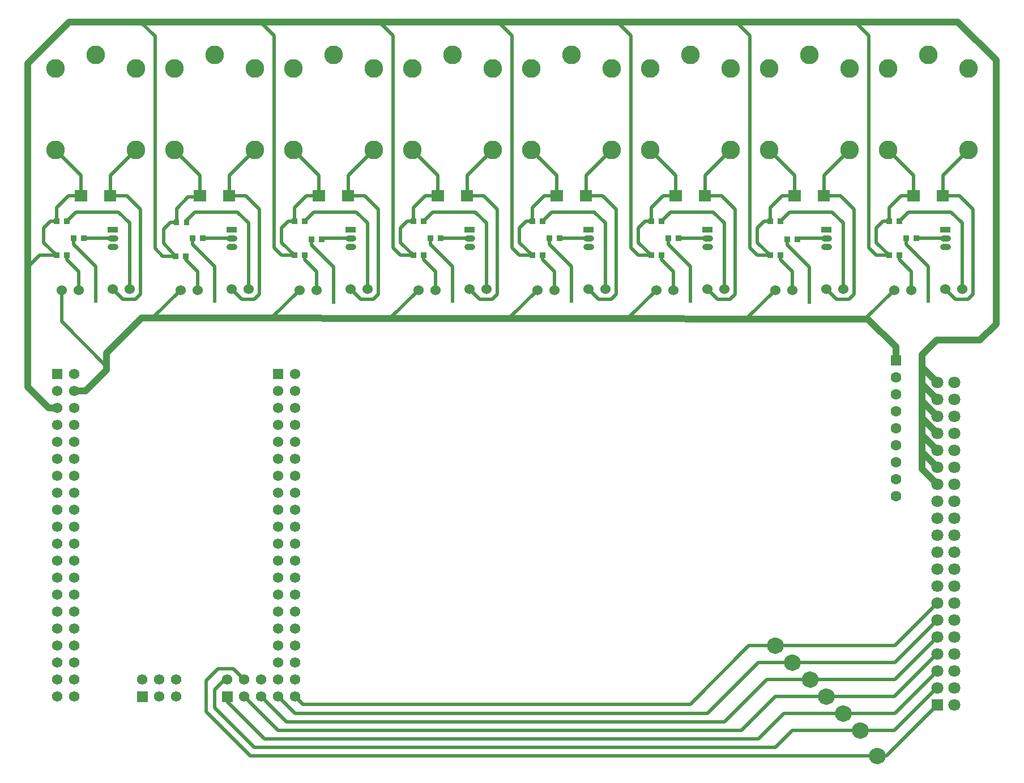
<source format=gtl>
G04 Layer: TopLayer*
G04 EasyEDA v6.5.1, 2022-03-22 03:02:58*
G04 bf67d1bc75334a149d351373cee676c1,2944274e32f549b18320765f93dd2344,10*
G04 Gerber Generator version 0.2*
G04 Scale: 100 percent, Rotated: No, Reflected: No *
G04 Dimensions in millimeters *
G04 leading zeros omitted , absolute positions ,4 integer and 5 decimal *
%FSLAX45Y45*%
%MOMM*%

%ADD11C,0.5000*%
%ADD12C,1.0000*%
%ADD13C,0.6096*%
%ADD16C,1.5748*%
%ADD17R,1.5748X1.5748*%
%ADD18C,1.5240*%
%ADD19R,1.8000X1.8000*%
%ADD20C,1.8000*%
%ADD21R,1.6000X0.9000*%
%ADD22C,2.7940*%
%ADD23R,1.6000X1.6000*%
%ADD24C,1.6000*%
%ADD25C,0.9000*%

%LPD*%
D11*
X12954000Y762000D02*
G01*
X12192000Y762000D01*
X11938000Y508000D01*
X4152900Y508000D01*
X3556000Y1104900D01*
X3556000Y1371600D01*
X3708400Y1524000D01*
X3746500Y1524000D01*
D12*
X13741400Y6299200D02*
G01*
X13741400Y6502400D01*
X13322300Y6921500D01*
X1460500Y5842000D02*
G01*
X1625600Y5842000D01*
X1943100Y6159500D01*
X1943100Y6413500D01*
X2463800Y6934200D01*
X13322300Y6921500D01*
D11*
X14363700Y2413000D02*
G01*
X13728700Y1778000D01*
X14363700Y2667000D02*
G01*
X13728700Y2032000D01*
X12954000Y2032000D01*
X12954000Y2032000D02*
G01*
X11544300Y2032000D01*
X10668000Y1155700D01*
X4876800Y1155700D01*
X4762500Y1270000D01*
D12*
X14135100Y6223762D02*
G01*
X14135100Y6197600D01*
X14363700Y5969000D01*
X14135100Y5969762D02*
G01*
X14135100Y5943600D01*
X14363700Y5715000D01*
X14135100Y5715762D02*
G01*
X14135100Y5689600D01*
X14363700Y5461000D01*
X14135100Y5461762D02*
G01*
X14135100Y5435600D01*
X14363700Y5207000D01*
X14135100Y5207762D02*
G01*
X14135100Y5181600D01*
X14363700Y4953000D01*
X14135100Y4953762D02*
G01*
X14135100Y4927600D01*
X14363700Y4699000D01*
X15240000Y7112000D02*
G01*
X15240000Y6845300D01*
X14998700Y6604000D01*
X14351000Y6604000D01*
X14135100Y6388100D01*
X14135100Y4673600D01*
X14363700Y4445000D01*
D11*
X13728700Y1778000D02*
G01*
X11684000Y1778000D01*
X10922000Y1016000D01*
X4762500Y1016000D01*
X4508500Y1270000D01*
X12954000Y1524000D02*
G01*
X11811000Y1524000D01*
X11176000Y889000D01*
X4635500Y889000D01*
X4254500Y1270000D01*
X13716000Y1270000D02*
G01*
X11938000Y1270000D01*
X11430000Y762000D01*
X4508500Y762000D01*
X4000500Y1270000D01*
X12954000Y1016000D02*
G01*
X12065000Y1016000D01*
X11684000Y635000D01*
X4305300Y635000D01*
X3746500Y1193800D01*
X3746500Y1270000D01*
X14363700Y1143000D02*
G01*
X13601700Y381000D01*
X12839700Y381000D01*
X12839700Y381000D02*
G01*
X4089400Y381000D01*
X3429000Y1041400D01*
X3429000Y1511300D01*
X3606800Y1689100D01*
X3835400Y1689100D01*
X4000500Y1524000D01*
X14363700Y2159000D02*
G01*
X13728700Y1524000D01*
X12954000Y1524000D01*
X14363700Y1905000D02*
G01*
X14351000Y1905000D01*
X13716000Y1270000D01*
X14363700Y1651000D02*
G01*
X13728700Y1016000D01*
X12954000Y1016000D01*
X14363700Y1397000D02*
G01*
X14351000Y1397000D01*
X13716000Y762000D01*
X12954000Y762000D01*
X13894663Y8128000D02*
G01*
X13894663Y8038236D01*
X14224000Y7708900D01*
X14224000Y7188200D01*
X12116663Y8115300D02*
G01*
X12116663Y8025536D01*
X12446000Y7696200D01*
X12446000Y7175500D01*
X10338663Y8128000D02*
G01*
X10338663Y8038236D01*
X10668000Y7708900D01*
X10668000Y7188200D01*
X8560663Y8128000D02*
G01*
X8560663Y8038236D01*
X8890000Y7708900D01*
X8890000Y7188200D01*
X6782663Y8128000D02*
G01*
X6782663Y8038236D01*
X7112000Y7708900D01*
X7112000Y7188200D01*
X5004663Y8115300D02*
G01*
X5004663Y8025536D01*
X5334000Y7696200D01*
X5334000Y7175500D01*
X3226663Y8128000D02*
G01*
X3226663Y8038236D01*
X3556000Y7708900D01*
X3556000Y7188200D01*
X1448663Y8128000D02*
G01*
X1448663Y8038236D01*
X1778000Y7708900D01*
X1778000Y7188200D01*
X13192099Y6934200D02*
G01*
X13296900Y6934200D01*
X13716000Y7353300D01*
X11414099Y6934200D02*
G01*
X11518900Y6934200D01*
X11938000Y7353300D01*
X9636099Y6934200D02*
G01*
X9740900Y6934200D01*
X10160000Y7353300D01*
X7858099Y6934200D02*
G01*
X7962900Y6934200D01*
X8382000Y7353300D01*
X6080099Y6934200D02*
G01*
X6184900Y6934200D01*
X6604000Y7353300D01*
X4302099Y6934200D02*
G01*
X4406900Y6934200D01*
X4826000Y7353300D01*
X2524099Y6934200D02*
G01*
X2628900Y6934200D01*
X3048000Y7353300D01*
X1943100Y6159500D02*
G01*
X1943100Y6210300D01*
X1270000Y6883400D01*
X1270000Y7353300D01*
X2032000Y7366000D02*
G01*
X2184400Y7213600D01*
X2374900Y7213600D01*
X2451100Y7289800D01*
X2451100Y8559800D01*
X2247900Y8763000D01*
X1997202Y8763000D01*
X12995402Y11379200D02*
G01*
X13119100Y11379200D01*
X13335000Y11163300D01*
X13335000Y7988300D01*
X13449300Y7874000D01*
X13640561Y7874000D01*
X11217402Y11379200D02*
G01*
X11341100Y11379200D01*
X11557000Y11163300D01*
X11557000Y7988300D01*
X11671300Y7874000D01*
X11862561Y7874000D01*
X9439402Y11379200D02*
G01*
X9563100Y11379200D01*
X9779000Y11163300D01*
X9779000Y7988300D01*
X9893300Y7874000D01*
X10084561Y7874000D01*
X7661402Y11379200D02*
G01*
X7785100Y11379200D01*
X8001000Y11163300D01*
X8001000Y7988300D01*
X8115300Y7874000D01*
X8306561Y7874000D01*
X5883402Y11379200D02*
G01*
X6007100Y11379200D01*
X6223000Y11163300D01*
X6223000Y7988300D01*
X6337300Y7874000D01*
X6528561Y7874000D01*
X4105402Y11379200D02*
G01*
X4229100Y11379200D01*
X4445000Y11163300D01*
X4445000Y7988300D01*
X4559300Y7874000D01*
X4750561Y7874000D01*
X2327402Y11366500D02*
G01*
X2451100Y11366500D01*
X2667000Y11150600D01*
X2667000Y7975600D01*
X2781300Y7861300D01*
X2972561Y7861300D01*
X762000Y7314925D02*
G01*
X762000Y7696200D01*
X939800Y7874000D01*
X1194663Y7874000D01*
D12*
X1206500Y5588000D02*
G01*
X1079500Y5588000D01*
X762000Y5905500D01*
X762000Y10744200D01*
X1384300Y11366500D01*
X14668500Y11366500D01*
X15240000Y10795000D01*
X15240000Y7112000D01*
D11*
X14045336Y8128000D02*
G01*
X14478000Y8128000D01*
X14823947Y9449993D02*
G01*
X14443252Y9069298D01*
X14443252Y8763000D01*
X13791336Y7874000D02*
G01*
X13791336Y7811363D01*
X13970000Y7632700D01*
X13970000Y7353300D01*
X13791438Y8382000D02*
G01*
X13931900Y8521700D01*
X14566900Y8521700D01*
X14732000Y8356600D01*
X14732000Y7366000D01*
X14478000Y7366000D02*
G01*
X14630400Y7213600D01*
X14820900Y7213600D01*
X14897100Y7289800D01*
X14897100Y8559800D01*
X14693900Y8763000D01*
X14443202Y8763000D01*
X12267336Y8128000D02*
G01*
X12700000Y8128000D01*
X13045947Y9449993D02*
G01*
X12665252Y9069298D01*
X12665252Y8763000D01*
X12013336Y7874000D02*
G01*
X12013336Y7811363D01*
X12192000Y7632700D01*
X12192000Y7353300D01*
X12013438Y8382000D02*
G01*
X12153900Y8521700D01*
X12788900Y8521700D01*
X12954000Y8356600D01*
X12954000Y7366000D01*
X12700000Y7366000D02*
G01*
X12852400Y7213600D01*
X13042900Y7213600D01*
X13119100Y7289800D01*
X13119100Y8559800D01*
X12915900Y8763000D01*
X12665202Y8763000D01*
X10489336Y8128000D02*
G01*
X10922000Y8128000D01*
X11267947Y9449993D02*
G01*
X10887252Y9069298D01*
X10887252Y8763000D01*
X10235336Y7874000D02*
G01*
X10235336Y7811363D01*
X10414000Y7632700D01*
X10414000Y7353300D01*
X10235438Y8382000D02*
G01*
X10375900Y8521700D01*
X11010900Y8521700D01*
X11176000Y8356600D01*
X11176000Y7366000D01*
X10922000Y7366000D02*
G01*
X11074400Y7213600D01*
X11264900Y7213600D01*
X11341100Y7289800D01*
X11341100Y8559800D01*
X11137900Y8763000D01*
X10887202Y8763000D01*
X8711336Y8128000D02*
G01*
X9144000Y8128000D01*
X9489947Y9449993D02*
G01*
X9109252Y9069298D01*
X9109252Y8763000D01*
X8457336Y7874000D02*
G01*
X8457336Y7811363D01*
X8636000Y7632700D01*
X8636000Y7353300D01*
X8457438Y8382000D02*
G01*
X8597900Y8521700D01*
X9232900Y8521700D01*
X9398000Y8356600D01*
X9398000Y7366000D01*
X9144000Y7366000D02*
G01*
X9296400Y7213600D01*
X9486900Y7213600D01*
X9563100Y7289800D01*
X9563100Y8559800D01*
X9359900Y8763000D01*
X9109202Y8763000D01*
X6933336Y8128000D02*
G01*
X7366000Y8128000D01*
X7711947Y9449993D02*
G01*
X7331252Y9069298D01*
X7331252Y8763000D01*
X6679336Y7874000D02*
G01*
X6679336Y7811363D01*
X6858000Y7632700D01*
X6858000Y7353300D01*
X6679438Y8382000D02*
G01*
X6819900Y8521700D01*
X7454900Y8521700D01*
X7620000Y8356600D01*
X7620000Y7366000D01*
X7366000Y7366000D02*
G01*
X7518400Y7213600D01*
X7708900Y7213600D01*
X7785100Y7289800D01*
X7785100Y8559800D01*
X7581900Y8763000D01*
X7331202Y8763000D01*
X5155336Y8128000D02*
G01*
X5588000Y8128000D01*
X5933947Y9449993D02*
G01*
X5553252Y9069298D01*
X5553252Y8763000D01*
X4901336Y7874000D02*
G01*
X4901336Y7811363D01*
X5080000Y7632700D01*
X5080000Y7353300D01*
X4901438Y8382000D02*
G01*
X5041900Y8521700D01*
X5676900Y8521700D01*
X5842000Y8356600D01*
X5842000Y7366000D01*
X5588000Y7366000D02*
G01*
X5740400Y7213600D01*
X5930900Y7213600D01*
X6007100Y7289800D01*
X6007100Y8559800D01*
X5803900Y8763000D01*
X5553202Y8763000D01*
X3377336Y8128000D02*
G01*
X3810000Y8128000D01*
X4155947Y9449993D02*
G01*
X3775252Y9069298D01*
X3775252Y8763000D01*
X3123336Y7874000D02*
G01*
X3123336Y7811363D01*
X3302000Y7632700D01*
X3302000Y7353300D01*
X3123438Y8382000D02*
G01*
X3263900Y8521700D01*
X3898900Y8521700D01*
X4064000Y8356600D01*
X4064000Y7366000D01*
X3810000Y7366000D02*
G01*
X3962400Y7213600D01*
X4152900Y7213600D01*
X4229100Y7289800D01*
X4229100Y8559800D01*
X4025900Y8763000D01*
X3775202Y8763000D01*
X1599336Y8128000D02*
G01*
X2032000Y8128000D01*
X2377947Y9449993D02*
G01*
X1997252Y9069298D01*
X1997252Y8763000D01*
X1345336Y7874000D02*
G01*
X1345336Y7811363D01*
X1524000Y7632700D01*
X1524000Y7353300D01*
X1345437Y8382000D02*
G01*
X1485900Y8521700D01*
X2120900Y8521700D01*
X2286000Y8356600D01*
X2286000Y7366000D01*
X13640663Y8382000D02*
G01*
X13550900Y8382000D01*
X13449300Y8280400D01*
X13449300Y8064500D01*
X13640663Y7874000D01*
X11862663Y8382000D02*
G01*
X11772900Y8382000D01*
X11671300Y8280400D01*
X11671300Y8064500D01*
X11862663Y7874000D01*
X10084663Y8382000D02*
G01*
X9994900Y8382000D01*
X9893300Y8280400D01*
X9893300Y8064500D01*
X10084663Y7874000D01*
X8306663Y8382000D02*
G01*
X8216900Y8382000D01*
X8115300Y8280400D01*
X8115300Y8064500D01*
X8306663Y7874000D01*
X6512052Y9450070D02*
G01*
X6892797Y9069324D01*
X6892747Y8763000D01*
X6528663Y8382000D02*
G01*
X6438900Y8382000D01*
X6337300Y8280400D01*
X6337300Y8064500D01*
X6528663Y7874000D01*
X4750663Y8382000D02*
G01*
X4660900Y8382000D01*
X4559300Y8280400D01*
X4559300Y8064500D01*
X4750663Y7874000D01*
X2985363Y8369300D02*
G01*
X2895600Y8369300D01*
X2794000Y8267700D01*
X2794000Y8051800D01*
X2972663Y7861300D01*
X1194663Y8382000D02*
G01*
X1104900Y8382000D01*
X1003300Y8280400D01*
X1003300Y8064500D01*
X1194663Y7874000D01*
X13640561Y8382000D02*
G01*
X13640561Y8585962D01*
X13817600Y8763000D01*
X14004747Y8763000D01*
X11862561Y8382000D02*
G01*
X11862561Y8585962D01*
X12039600Y8763000D01*
X12226747Y8763000D01*
X10084561Y8382000D02*
G01*
X10084561Y8585962D01*
X10261600Y8763000D01*
X10448747Y8763000D01*
X8306561Y8382000D02*
G01*
X8306561Y8585962D01*
X8483600Y8763000D01*
X8670747Y8763000D01*
X6528561Y8382000D02*
G01*
X6528561Y8585962D01*
X6705600Y8763000D01*
X6892747Y8763000D01*
X4750561Y8382000D02*
G01*
X4750561Y8585962D01*
X4927600Y8763000D01*
X5114747Y8763000D01*
X2985261Y8369300D02*
G01*
X2985261Y8573262D01*
X3162300Y8750300D01*
X3349447Y8750300D01*
X1194562Y8382000D02*
G01*
X1194562Y8585962D01*
X1371600Y8763000D01*
X1558747Y8763000D01*
X13624052Y9450070D02*
G01*
X14004797Y9069324D01*
X14004747Y8763000D01*
X11846052Y9450070D02*
G01*
X12226797Y9069324D01*
X12226747Y8763000D01*
X10068052Y9450070D02*
G01*
X10448797Y9069324D01*
X10448747Y8763000D01*
X8290052Y9450070D02*
G01*
X8670797Y9069324D01*
X8670747Y8763000D01*
X4734052Y9450070D02*
G01*
X5114797Y9069324D01*
X5114747Y8763000D01*
X2956052Y9450070D02*
G01*
X3336797Y9069324D01*
X3336747Y8763000D01*
X1178052Y9450070D02*
G01*
X1558797Y9069324D01*
X1558747Y8763000D01*
X2985363Y8369300D02*
G01*
X2921000Y8369300D01*
G36*
X1907245Y8848001D02*
G01*
X2087247Y8848001D01*
X2087247Y8677998D01*
X1907245Y8677998D01*
G37*
G36*
X1468752Y8848001D02*
G01*
X1648754Y8848001D01*
X1648754Y8677998D01*
X1468752Y8677998D01*
G37*
G36*
X3685245Y8848001D02*
G01*
X3865247Y8848001D01*
X3865247Y8677998D01*
X3685245Y8677998D01*
G37*
G36*
X3246752Y8848001D02*
G01*
X3426754Y8848001D01*
X3426754Y8677998D01*
X3246752Y8677998D01*
G37*
G36*
X5463245Y8848001D02*
G01*
X5643247Y8848001D01*
X5643247Y8677998D01*
X5463245Y8677998D01*
G37*
G36*
X5024752Y8848001D02*
G01*
X5204754Y8848001D01*
X5204754Y8677998D01*
X5024752Y8677998D01*
G37*
G36*
X7241245Y8848001D02*
G01*
X7421247Y8848001D01*
X7421247Y8677998D01*
X7241245Y8677998D01*
G37*
G36*
X6802752Y8848001D02*
G01*
X6982754Y8848001D01*
X6982754Y8677998D01*
X6802752Y8677998D01*
G37*
G36*
X9019245Y8848001D02*
G01*
X9199247Y8848001D01*
X9199247Y8677998D01*
X9019245Y8677998D01*
G37*
G36*
X8580752Y8848001D02*
G01*
X8760754Y8848001D01*
X8760754Y8677998D01*
X8580752Y8677998D01*
G37*
G36*
X10797245Y8848001D02*
G01*
X10977247Y8848001D01*
X10977247Y8677998D01*
X10797245Y8677998D01*
G37*
G36*
X10358752Y8848001D02*
G01*
X10538754Y8848001D01*
X10538754Y8677998D01*
X10358752Y8677998D01*
G37*
G36*
X12575245Y8848001D02*
G01*
X12755247Y8848001D01*
X12755247Y8677998D01*
X12575245Y8677998D01*
G37*
G36*
X12136752Y8848001D02*
G01*
X12316754Y8848001D01*
X12316754Y8677998D01*
X12136752Y8677998D01*
G37*
G36*
X14353245Y8848001D02*
G01*
X14533247Y8848001D01*
X14533247Y8677998D01*
X14353245Y8677998D01*
G37*
G36*
X13914752Y8848001D02*
G01*
X14094754Y8848001D01*
X14094754Y8677998D01*
X13914752Y8677998D01*
G37*
G36*
X1305001Y8338799D02*
G01*
X1305001Y8425200D01*
X1385648Y8425200D01*
X1385648Y8338799D01*
G37*
G36*
X1234998Y8338799D02*
G01*
X1234998Y8425200D01*
X1154351Y8425200D01*
X1154351Y8338799D01*
G37*
G36*
X1305001Y7830799D02*
G01*
X1305001Y7917200D01*
X1385648Y7917200D01*
X1385648Y7830799D01*
G37*
G36*
X1234998Y7830799D02*
G01*
X1234998Y7917200D01*
X1154351Y7917200D01*
X1154351Y7830799D01*
G37*
G36*
X1559001Y8084799D02*
G01*
X1559001Y8171200D01*
X1639648Y8171200D01*
X1639648Y8084799D01*
G37*
G36*
X1488998Y8084799D02*
G01*
X1488998Y8171200D01*
X1408351Y8171200D01*
X1408351Y8084799D01*
G37*
G36*
X3095701Y8326099D02*
G01*
X3095701Y8412500D01*
X3176348Y8412500D01*
X3176348Y8326099D01*
G37*
G36*
X3025698Y8326099D02*
G01*
X3025698Y8412500D01*
X2945051Y8412500D01*
X2945051Y8326099D01*
G37*
G36*
X3083001Y7818099D02*
G01*
X3083001Y7904500D01*
X3163648Y7904500D01*
X3163648Y7818099D01*
G37*
G36*
X3012998Y7818099D02*
G01*
X3012998Y7904500D01*
X2932351Y7904500D01*
X2932351Y7818099D01*
G37*
G36*
X3337001Y8084799D02*
G01*
X3337001Y8171200D01*
X3417648Y8171200D01*
X3417648Y8084799D01*
G37*
G36*
X3266998Y8084799D02*
G01*
X3266998Y8171200D01*
X3186351Y8171200D01*
X3186351Y8084799D01*
G37*
G36*
X4861001Y8338799D02*
G01*
X4861001Y8425200D01*
X4941648Y8425200D01*
X4941648Y8338799D01*
G37*
G36*
X4790998Y8338799D02*
G01*
X4790998Y8425200D01*
X4710351Y8425200D01*
X4710351Y8338799D01*
G37*
G36*
X4861001Y7830799D02*
G01*
X4861001Y7917200D01*
X4941648Y7917200D01*
X4941648Y7830799D01*
G37*
G36*
X4790998Y7830799D02*
G01*
X4790998Y7917200D01*
X4710351Y7917200D01*
X4710351Y7830799D01*
G37*
G36*
X5115001Y8072099D02*
G01*
X5115001Y8158500D01*
X5195648Y8158500D01*
X5195648Y8072099D01*
G37*
G36*
X5044998Y8072099D02*
G01*
X5044998Y8158500D01*
X4964351Y8158500D01*
X4964351Y8072099D01*
G37*
G36*
X6639001Y8338799D02*
G01*
X6639001Y8425200D01*
X6719648Y8425200D01*
X6719648Y8338799D01*
G37*
G36*
X6568998Y8338799D02*
G01*
X6568998Y8425200D01*
X6488351Y8425200D01*
X6488351Y8338799D01*
G37*
G36*
X6639001Y7830799D02*
G01*
X6639001Y7917200D01*
X6719648Y7917200D01*
X6719648Y7830799D01*
G37*
G36*
X6568998Y7830799D02*
G01*
X6568998Y7917200D01*
X6488351Y7917200D01*
X6488351Y7830799D01*
G37*
G36*
X6893001Y8084799D02*
G01*
X6893001Y8171200D01*
X6973648Y8171200D01*
X6973648Y8084799D01*
G37*
G36*
X6822998Y8084799D02*
G01*
X6822998Y8171200D01*
X6742351Y8171200D01*
X6742351Y8084799D01*
G37*
G36*
X8417001Y8338799D02*
G01*
X8417001Y8425200D01*
X8497648Y8425200D01*
X8497648Y8338799D01*
G37*
G36*
X8346998Y8338799D02*
G01*
X8346998Y8425200D01*
X8266351Y8425200D01*
X8266351Y8338799D01*
G37*
G36*
X8417001Y7830799D02*
G01*
X8417001Y7917200D01*
X8497648Y7917200D01*
X8497648Y7830799D01*
G37*
G36*
X8346998Y7830799D02*
G01*
X8346998Y7917200D01*
X8266351Y7917200D01*
X8266351Y7830799D01*
G37*
G36*
X8671001Y8084799D02*
G01*
X8671001Y8171200D01*
X8751648Y8171200D01*
X8751648Y8084799D01*
G37*
G36*
X8600998Y8084799D02*
G01*
X8600998Y8171200D01*
X8520351Y8171200D01*
X8520351Y8084799D01*
G37*
G36*
X10195001Y8338799D02*
G01*
X10195001Y8425200D01*
X10275648Y8425200D01*
X10275648Y8338799D01*
G37*
G36*
X10124998Y8338799D02*
G01*
X10124998Y8425200D01*
X10044351Y8425200D01*
X10044351Y8338799D01*
G37*
G36*
X10195001Y7830799D02*
G01*
X10195001Y7917200D01*
X10275648Y7917200D01*
X10275648Y7830799D01*
G37*
G36*
X10124998Y7830799D02*
G01*
X10124998Y7917200D01*
X10044351Y7917200D01*
X10044351Y7830799D01*
G37*
G36*
X10449001Y8084799D02*
G01*
X10449001Y8171200D01*
X10529648Y8171200D01*
X10529648Y8084799D01*
G37*
G36*
X10378998Y8084799D02*
G01*
X10378998Y8171200D01*
X10298351Y8171200D01*
X10298351Y8084799D01*
G37*
G36*
X11973001Y8338799D02*
G01*
X11973001Y8425200D01*
X12053648Y8425200D01*
X12053648Y8338799D01*
G37*
G36*
X11902998Y8338799D02*
G01*
X11902998Y8425200D01*
X11822351Y8425200D01*
X11822351Y8338799D01*
G37*
G36*
X11973001Y7830799D02*
G01*
X11973001Y7917200D01*
X12053648Y7917200D01*
X12053648Y7830799D01*
G37*
G36*
X11902998Y7830799D02*
G01*
X11902998Y7917200D01*
X11822351Y7917200D01*
X11822351Y7830799D01*
G37*
G36*
X12227001Y8072099D02*
G01*
X12227001Y8158500D01*
X12307648Y8158500D01*
X12307648Y8072099D01*
G37*
G36*
X12156998Y8072099D02*
G01*
X12156998Y8158500D01*
X12076351Y8158500D01*
X12076351Y8072099D01*
G37*
G36*
X13751001Y8338799D02*
G01*
X13751001Y8425200D01*
X13831648Y8425200D01*
X13831648Y8338799D01*
G37*
G36*
X13680998Y8338799D02*
G01*
X13680998Y8425200D01*
X13600351Y8425200D01*
X13600351Y8338799D01*
G37*
G36*
X13751001Y7830799D02*
G01*
X13751001Y7917200D01*
X13831648Y7917200D01*
X13831648Y7830799D01*
G37*
G36*
X13680998Y7830799D02*
G01*
X13680998Y7917200D01*
X13600351Y7917200D01*
X13600351Y7830799D01*
G37*
G36*
X14005001Y8084799D02*
G01*
X14005001Y8171200D01*
X14085648Y8171200D01*
X14085648Y8084799D01*
G37*
G36*
X13934998Y8084799D02*
G01*
X13934998Y8171200D01*
X13854351Y8171200D01*
X13854351Y8084799D01*
G37*
D12*
G75*
G01
X12013001Y2032000D02*
G03X12013001Y2032000I-75001J0D01*
G75*
G01
X12267001Y1778000D02*
G03X12267001Y1778000I-75001J0D01*
G75*
G01
X12533701Y1524000D02*
G03X12533701Y1524000I-75001J0D01*
G75*
G01
X12775001Y1270000D02*
G03X12775001Y1270000I-75001J0D01*
G75*
G01
X13029001Y1016000D02*
G03X13029001Y1016000I-75001J0D01*
G75*
G01
X13283001Y762000D02*
G03X13283001Y762000I-75001J0D01*
G75*
G01
X13537001Y381000D02*
G03X13537001Y381000I-75001J0D01*
D16*
G01*
X2984500Y1524000D03*
G01*
X2984500Y1270000D03*
G01*
X2730500Y1524000D03*
G01*
X2730500Y1270000D03*
G01*
X2476500Y1524000D03*
G36*
X2397759Y1348739D02*
G01*
X2555240Y1348739D01*
X2555240Y1191260D01*
X2397759Y1191260D01*
G37*
G36*
X3667759Y1348739D02*
G01*
X3825240Y1348739D01*
X3825240Y1191260D01*
X3667759Y1191260D01*
G37*
G01*
X3746500Y1524000D03*
G01*
X4000500Y1270000D03*
G01*
X4000500Y1524000D03*
G01*
X4254500Y1270000D03*
G01*
X4254500Y1524000D03*
G01*
X4762500Y1270000D03*
G01*
X4508500Y1270000D03*
G01*
X4762500Y1524000D03*
G01*
X4508500Y1524000D03*
G01*
X4762500Y1778000D03*
G01*
X4508500Y1778000D03*
G01*
X4762500Y2032000D03*
G01*
X4508500Y2032000D03*
G01*
X4762500Y2286000D03*
G01*
X4508500Y2286000D03*
G01*
X4762500Y2540000D03*
G01*
X4508500Y2540000D03*
G01*
X4762500Y2794000D03*
G01*
X4508500Y2794000D03*
G01*
X4762500Y3048000D03*
G01*
X4508500Y3048000D03*
G01*
X4762500Y3302000D03*
G01*
X4508500Y3302000D03*
G01*
X4762500Y3556000D03*
G01*
X4508500Y3556000D03*
G01*
X4762500Y3810000D03*
G01*
X4508500Y3810000D03*
G01*
X4762500Y4064000D03*
G01*
X4508500Y4064000D03*
G01*
X4762500Y4318000D03*
G01*
X4508500Y4318000D03*
G01*
X4762500Y4572000D03*
G01*
X4508500Y4572000D03*
G01*
X4762500Y4826000D03*
G01*
X4508500Y4826000D03*
G01*
X4762500Y5080000D03*
G01*
X4508500Y5080000D03*
G01*
X4762500Y5334000D03*
G01*
X4508500Y5334000D03*
G01*
X4762500Y5588000D03*
G01*
X4508500Y5588000D03*
G01*
X4762500Y5842000D03*
G01*
X4508500Y5842000D03*
G01*
X4762500Y6096000D03*
D17*
G01*
X4508500Y6096000D03*
D18*
G01*
X1270000Y7353300D03*
G01*
X1524000Y7353300D03*
G01*
X2032000Y7366000D03*
G01*
X2286000Y7366000D03*
G01*
X3810000Y7366000D03*
G01*
X4064000Y7366000D03*
G01*
X3048000Y7353300D03*
G01*
X3302000Y7353300D03*
G01*
X5588000Y7366000D03*
G01*
X5842000Y7366000D03*
G01*
X4826000Y7353300D03*
G01*
X5080000Y7353300D03*
G01*
X7366000Y7366000D03*
G01*
X7620000Y7366000D03*
G01*
X6604000Y7353300D03*
G01*
X6858000Y7353300D03*
G01*
X9144000Y7366000D03*
G01*
X9398000Y7366000D03*
G01*
X8382000Y7353300D03*
G01*
X8636000Y7353300D03*
G01*
X10922000Y7366000D03*
G01*
X11176000Y7366000D03*
G01*
X10160000Y7353300D03*
G01*
X10414000Y7353300D03*
G01*
X12700000Y7366000D03*
G01*
X12954000Y7366000D03*
G01*
X11938000Y7353300D03*
G01*
X12192000Y7353300D03*
G01*
X14478000Y7366000D03*
G01*
X14732000Y7366000D03*
G01*
X13716000Y7353300D03*
G01*
X13970000Y7353300D03*
D19*
G01*
X14363700Y1143000D03*
D20*
G01*
X14617700Y1143000D03*
G01*
X14363700Y1397000D03*
G01*
X14617700Y1397000D03*
G01*
X14363700Y1651000D03*
G01*
X14617700Y1651000D03*
G01*
X14363700Y1905000D03*
G01*
X14617700Y1905000D03*
G01*
X14363700Y2159000D03*
G01*
X14617700Y2159000D03*
G01*
X14363700Y2413000D03*
G01*
X14617700Y2413000D03*
G01*
X14363700Y2667000D03*
G01*
X14617700Y2667000D03*
G01*
X14363700Y2921000D03*
G01*
X14617700Y2921000D03*
G01*
X14363700Y3175000D03*
G01*
X14617700Y3175000D03*
G01*
X14363700Y3429000D03*
G01*
X14617700Y3429000D03*
G01*
X14363700Y3683000D03*
G01*
X14617700Y3683000D03*
G01*
X14363700Y3937000D03*
G01*
X14617700Y3937000D03*
G01*
X14363700Y4191000D03*
G01*
X14617700Y4191000D03*
G01*
X14363700Y4445000D03*
G01*
X14617700Y4445000D03*
G01*
X14363700Y4699000D03*
G01*
X14617700Y4699000D03*
G01*
X14363700Y4953000D03*
G01*
X14617700Y4953000D03*
G01*
X14363700Y5207000D03*
G01*
X14617700Y5207000D03*
G01*
X14363700Y5461000D03*
G01*
X14617700Y5461000D03*
G01*
X14363700Y5715000D03*
G01*
X14617700Y5715000D03*
G01*
X14363700Y5969000D03*
G01*
X14617700Y5969000D03*
D17*
G01*
X1206500Y6096000D03*
D16*
G01*
X1460500Y6096000D03*
G01*
X1206500Y5842000D03*
G01*
X1460500Y5842000D03*
G01*
X1206500Y5588000D03*
G01*
X1460500Y5588000D03*
G01*
X1206500Y5334000D03*
G01*
X1460500Y5334000D03*
G01*
X1206500Y5080000D03*
G01*
X1460500Y5080000D03*
G01*
X1206500Y4826000D03*
G01*
X1460500Y4826000D03*
G01*
X1206500Y4572000D03*
G01*
X1460500Y4572000D03*
G01*
X1206500Y4318000D03*
G01*
X1460500Y4318000D03*
G01*
X1206500Y4064000D03*
G01*
X1460500Y4064000D03*
G01*
X1206500Y3810000D03*
G01*
X1460500Y3810000D03*
G01*
X1206500Y3556000D03*
G01*
X1460500Y3556000D03*
G01*
X1206500Y3302000D03*
G01*
X1460500Y3302000D03*
G01*
X1206500Y3048000D03*
G01*
X1460500Y3048000D03*
G01*
X1206500Y2794000D03*
G01*
X1460500Y2794000D03*
G01*
X1206500Y2540000D03*
G01*
X1460500Y2540000D03*
G01*
X1206500Y2286000D03*
G01*
X1460500Y2286000D03*
G01*
X1206500Y2032000D03*
G01*
X1460500Y2032000D03*
G01*
X1206500Y1778000D03*
G01*
X1460500Y1778000D03*
G01*
X1206500Y1524000D03*
G01*
X1460500Y1524000D03*
G01*
X1206500Y1270000D03*
G01*
X1460500Y1270000D03*
D21*
G01*
X2032000Y8255000D03*
G01*
X3810000Y8255000D03*
G01*
X5588000Y8255000D03*
G01*
X7366000Y8255000D03*
G01*
X9144000Y8255000D03*
G01*
X10922000Y8255000D03*
G01*
X12700000Y8255000D03*
G01*
X14478000Y8255000D03*
D22*
G01*
X6512052Y9449993D03*
G01*
X7112000Y10870006D03*
G01*
X7711998Y10670006D03*
G01*
X6512001Y10670006D03*
G01*
X7711947Y9449993D03*
G01*
X4734052Y9449993D03*
G01*
X5334000Y10870006D03*
G01*
X5933998Y10670006D03*
G01*
X4734001Y10670006D03*
G01*
X5933947Y9449993D03*
G01*
X2956052Y9449993D03*
G01*
X3556000Y10870006D03*
G01*
X4155998Y10670006D03*
G01*
X2956001Y10670006D03*
G01*
X4155947Y9449993D03*
G01*
X1178052Y9449993D03*
G01*
X1778000Y10870006D03*
G01*
X2377998Y10670006D03*
G01*
X1178001Y10670006D03*
G01*
X2377947Y9449993D03*
G01*
X13624052Y9449993D03*
G01*
X14224000Y10870006D03*
G01*
X14823998Y10670006D03*
G01*
X13624001Y10670006D03*
G01*
X14823947Y9449993D03*
G01*
X11846052Y9449993D03*
G01*
X12446000Y10870006D03*
G01*
X13045998Y10670006D03*
G01*
X11846001Y10670006D03*
G01*
X13045947Y9449993D03*
G01*
X10068052Y9449993D03*
G01*
X10668000Y10870006D03*
G01*
X11267998Y10670006D03*
G01*
X10068001Y10670006D03*
G01*
X11267947Y9449993D03*
G01*
X8290052Y9449993D03*
G01*
X8890000Y10870006D03*
G01*
X9489998Y10670006D03*
G01*
X8290001Y10670006D03*
G01*
X9489947Y9449993D03*
D23*
G01*
X13741400Y6299200D03*
D24*
G01*
X13741400Y6045200D03*
G01*
X13741400Y5791200D03*
G01*
X13741400Y5537200D03*
G01*
X13741400Y5283200D03*
G01*
X13741400Y5029200D03*
G01*
X13741400Y4775200D03*
G01*
X13741400Y4521200D03*
G01*
X13741400Y4267200D03*
D13*
G01*
X1778000Y7188200D03*
G01*
X3556000Y7188200D03*
G01*
X5334000Y7175500D03*
G01*
X7112000Y7188200D03*
G01*
X8890000Y7188200D03*
G01*
X10668000Y7188200D03*
G01*
X12446000Y7175500D03*
G01*
X14224000Y7188200D03*
G01*
X11938000Y2032000D03*
G01*
X12192000Y1778000D03*
G01*
X12458700Y1524000D03*
G01*
X12700000Y1270000D03*
G01*
X12954000Y1016000D03*
G01*
X13208000Y762000D03*
G01*
X13462000Y381000D03*
D25*
X2066998Y8001000D02*
G01*
X1996998Y8001000D01*
X2066998Y8128000D02*
G01*
X1996998Y8128000D01*
X3844998Y8001000D02*
G01*
X3774998Y8001000D01*
X3844998Y8128000D02*
G01*
X3774998Y8128000D01*
X5622998Y8001000D02*
G01*
X5552998Y8001000D01*
X5622998Y8128000D02*
G01*
X5552998Y8128000D01*
X7400998Y8001000D02*
G01*
X7330998Y8001000D01*
X7400998Y8128000D02*
G01*
X7330998Y8128000D01*
X9178998Y8001000D02*
G01*
X9108998Y8001000D01*
X9178998Y8128000D02*
G01*
X9108998Y8128000D01*
X10956998Y8001000D02*
G01*
X10886998Y8001000D01*
X10956998Y8128000D02*
G01*
X10886998Y8128000D01*
X12734998Y8001000D02*
G01*
X12664998Y8001000D01*
X12734998Y8128000D02*
G01*
X12664998Y8128000D01*
X14512998Y8001000D02*
G01*
X14442998Y8001000D01*
X14512998Y8128000D02*
G01*
X14442998Y8128000D01*
M02*

</source>
